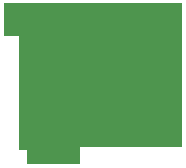
<source format=gbr>
%TF.GenerationSoftware,Altium Limited,Altium Designer,22.2.1 (43)*%
G04 Layer_Color=16711935*
%FSLAX26Y26*%
%MOIN*%
%TF.SameCoordinates,92DA24ED-A250-4A13-B4DD-B7D196A9CFE6*%
%TF.FilePolarity,Positive*%
%TF.FileFunction,Keep-out,Top*%
%TF.Part,Single*%
G01*
G75*
G36*
X5559055Y3362205D02*
X5736220D01*
Y3417323D01*
X6074803D01*
Y3897638D01*
X5484252D01*
Y3787402D01*
X5531496D01*
Y3409449D01*
X5559055D01*
Y3362205D01*
D02*
G37*
%TF.MD5,4cccbcff5a81e57eff2e07b9f5f30e6b*%
M02*

</source>
